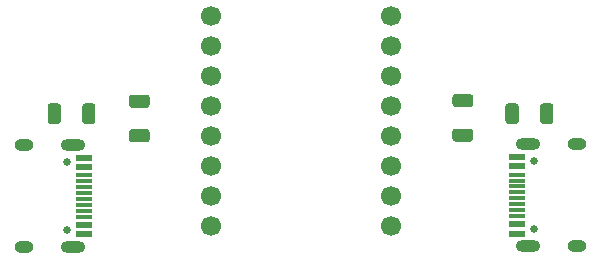
<source format=gts>
G04 #@! TF.GenerationSoftware,KiCad,Pcbnew,(5.1.10-1-10_14)*
G04 #@! TF.CreationDate,2021-07-14T14:00:36-07:00*
G04 #@! TF.ProjectId,Synapse,53796e61-7073-4652-9e6b-696361645f70,rev?*
G04 #@! TF.SameCoordinates,Original*
G04 #@! TF.FileFunction,Soldermask,Top*
G04 #@! TF.FilePolarity,Negative*
%FSLAX46Y46*%
G04 Gerber Fmt 4.6, Leading zero omitted, Abs format (unit mm)*
G04 Created by KiCad (PCBNEW (5.1.10-1-10_14)) date 2021-07-14 14:00:36*
%MOMM*%
%LPD*%
G01*
G04 APERTURE LIST*
%ADD10C,1.700000*%
%ADD11R,1.450000X0.600000*%
%ADD12R,1.450000X0.300000*%
%ADD13O,2.100000X1.000000*%
%ADD14C,0.650000*%
%ADD15O,1.600000X1.000000*%
G04 APERTURE END LIST*
D10*
X165240000Y-65478600D03*
X150000000Y-65478600D03*
X165240000Y-68018600D03*
X150000000Y-68018600D03*
X165240000Y-70558600D03*
X150000000Y-70558600D03*
X165240000Y-73098600D03*
X150000000Y-73098600D03*
X165240000Y-75638600D03*
X150000000Y-75638600D03*
X165240000Y-78178600D03*
X150000000Y-78178600D03*
X165240000Y-80718600D03*
X150000000Y-80718600D03*
X165240000Y-83258600D03*
X150000000Y-83258600D03*
G36*
G01*
X143342199Y-75068000D02*
X144592201Y-75068000D01*
G75*
G02*
X144842200Y-75317999I0J-249999D01*
G01*
X144842200Y-75943001D01*
G75*
G02*
X144592201Y-76193000I-249999J0D01*
G01*
X143342199Y-76193000D01*
G75*
G02*
X143092200Y-75943001I0J249999D01*
G01*
X143092200Y-75317999D01*
G75*
G02*
X143342199Y-75068000I249999J0D01*
G01*
G37*
G36*
G01*
X143342199Y-72143000D02*
X144592201Y-72143000D01*
G75*
G02*
X144842200Y-72392999I0J-249999D01*
G01*
X144842200Y-73018001D01*
G75*
G02*
X144592201Y-73268000I-249999J0D01*
G01*
X143342199Y-73268000D01*
G75*
G02*
X143092200Y-73018001I0J249999D01*
G01*
X143092200Y-72392999D01*
G75*
G02*
X143342199Y-72143000I249999J0D01*
G01*
G37*
G36*
G01*
X170723399Y-75017200D02*
X171973401Y-75017200D01*
G75*
G02*
X172223400Y-75267199I0J-249999D01*
G01*
X172223400Y-75892201D01*
G75*
G02*
X171973401Y-76142200I-249999J0D01*
G01*
X170723399Y-76142200D01*
G75*
G02*
X170473400Y-75892201I0J249999D01*
G01*
X170473400Y-75267199D01*
G75*
G02*
X170723399Y-75017200I249999J0D01*
G01*
G37*
G36*
G01*
X170723399Y-72092200D02*
X171973401Y-72092200D01*
G75*
G02*
X172223400Y-72342199I0J-249999D01*
G01*
X172223400Y-72967201D01*
G75*
G02*
X171973401Y-73217200I-249999J0D01*
G01*
X170723399Y-73217200D01*
G75*
G02*
X170473400Y-72967201I0J249999D01*
G01*
X170473400Y-72342199D01*
G75*
G02*
X170723399Y-72092200I249999J0D01*
G01*
G37*
G36*
G01*
X139126800Y-74386601D02*
X139126800Y-73136599D01*
G75*
G02*
X139376799Y-72886600I249999J0D01*
G01*
X140001801Y-72886600D01*
G75*
G02*
X140251800Y-73136599I0J-249999D01*
G01*
X140251800Y-74386601D01*
G75*
G02*
X140001801Y-74636600I-249999J0D01*
G01*
X139376799Y-74636600D01*
G75*
G02*
X139126800Y-74386601I0J249999D01*
G01*
G37*
G36*
G01*
X136201800Y-74386601D02*
X136201800Y-73136599D01*
G75*
G02*
X136451799Y-72886600I249999J0D01*
G01*
X137076801Y-72886600D01*
G75*
G02*
X137326800Y-73136599I0J-249999D01*
G01*
X137326800Y-74386601D01*
G75*
G02*
X137076801Y-74636600I-249999J0D01*
G01*
X136451799Y-74636600D01*
G75*
G02*
X136201800Y-74386601I0J249999D01*
G01*
G37*
G36*
G01*
X176087200Y-73136599D02*
X176087200Y-74386601D01*
G75*
G02*
X175837201Y-74636600I-249999J0D01*
G01*
X175212199Y-74636600D01*
G75*
G02*
X174962200Y-74386601I0J249999D01*
G01*
X174962200Y-73136599D01*
G75*
G02*
X175212199Y-72886600I249999J0D01*
G01*
X175837201Y-72886600D01*
G75*
G02*
X176087200Y-73136599I0J-249999D01*
G01*
G37*
G36*
G01*
X179012200Y-73136599D02*
X179012200Y-74386601D01*
G75*
G02*
X178762201Y-74636600I-249999J0D01*
G01*
X178137199Y-74636600D01*
G75*
G02*
X177887200Y-74386601I0J249999D01*
G01*
X177887200Y-73136599D01*
G75*
G02*
X178137199Y-72886600I249999J0D01*
G01*
X178762201Y-72886600D01*
G75*
G02*
X179012200Y-73136599I0J-249999D01*
G01*
G37*
D11*
X139274600Y-83971200D03*
X139274600Y-83171200D03*
X139274600Y-78271200D03*
X139274600Y-77471200D03*
X139274600Y-77471200D03*
X139274600Y-78271200D03*
X139274600Y-83171200D03*
X139274600Y-83971200D03*
D12*
X139274600Y-78971200D03*
X139274600Y-79471200D03*
X139274600Y-79971200D03*
X139274600Y-80971200D03*
X139274600Y-81471200D03*
X139274600Y-81971200D03*
X139274600Y-82471200D03*
X139274600Y-80471200D03*
D13*
X138359600Y-85041200D03*
X138359600Y-76401200D03*
D14*
X137829600Y-77831200D03*
D15*
X134179600Y-76401200D03*
D14*
X137829600Y-83611200D03*
D15*
X134179600Y-85041200D03*
D11*
X175939400Y-77420400D03*
X175939400Y-78220400D03*
X175939400Y-83120400D03*
X175939400Y-83920400D03*
X175939400Y-83920400D03*
X175939400Y-83120400D03*
X175939400Y-78220400D03*
X175939400Y-77420400D03*
D12*
X175939400Y-82420400D03*
X175939400Y-81920400D03*
X175939400Y-81420400D03*
X175939400Y-80420400D03*
X175939400Y-79920400D03*
X175939400Y-79420400D03*
X175939400Y-78920400D03*
X175939400Y-80920400D03*
D13*
X176854400Y-76350400D03*
X176854400Y-84990400D03*
D14*
X177384400Y-83560400D03*
D15*
X181034400Y-84990400D03*
D14*
X177384400Y-77780400D03*
D15*
X181034400Y-76350400D03*
M02*

</source>
